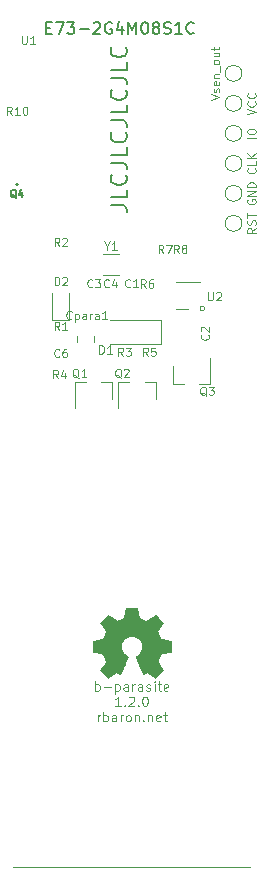
<source format=gbr>
G04 #@! TF.GenerationSoftware,KiCad,Pcbnew,(5.1.2-1)-1*
G04 #@! TF.CreationDate,2021-09-30T18:50:00+02:00*
G04 #@! TF.ProjectId,parasite,70617261-7369-4746-952e-6b696361645f,1.2.0*
G04 #@! TF.SameCoordinates,Original*
G04 #@! TF.FileFunction,Legend,Top*
G04 #@! TF.FilePolarity,Positive*
%FSLAX46Y46*%
G04 Gerber Fmt 4.6, Leading zero omitted, Abs format (unit mm)*
G04 Created by KiCad (PCBNEW (5.1.2-1)-1) date 2021-09-30 18:50:00*
%MOMM*%
%LPD*%
G04 APERTURE LIST*
%ADD10C,0.200000*%
%ADD11C,0.120000*%
%ADD12C,0.100000*%
%ADD13C,0.010000*%
%ADD14C,0.150000*%
G04 APERTURE END LIST*
D10*
X66233333Y-42966666D02*
X67233333Y-42966666D01*
X67433333Y-43033333D01*
X67566666Y-43166666D01*
X67633333Y-43366666D01*
X67633333Y-43500000D01*
X67633333Y-41633333D02*
X67633333Y-42300000D01*
X66233333Y-42300000D01*
X67500000Y-40366666D02*
X67566666Y-40433333D01*
X67633333Y-40633333D01*
X67633333Y-40766666D01*
X67566666Y-40966666D01*
X67433333Y-41100000D01*
X67300000Y-41166666D01*
X67033333Y-41233333D01*
X66833333Y-41233333D01*
X66566666Y-41166666D01*
X66433333Y-41100000D01*
X66300000Y-40966666D01*
X66233333Y-40766666D01*
X66233333Y-40633333D01*
X66300000Y-40433333D01*
X66366666Y-40366666D01*
X66233333Y-39366666D02*
X67233333Y-39366666D01*
X67433333Y-39433333D01*
X67566666Y-39566666D01*
X67633333Y-39766666D01*
X67633333Y-39900000D01*
X67633333Y-38033333D02*
X67633333Y-38700000D01*
X66233333Y-38700000D01*
X67500000Y-36766666D02*
X67566666Y-36833333D01*
X67633333Y-37033333D01*
X67633333Y-37166666D01*
X67566666Y-37366666D01*
X67433333Y-37500000D01*
X67300000Y-37566666D01*
X67033333Y-37633333D01*
X66833333Y-37633333D01*
X66566666Y-37566666D01*
X66433333Y-37500000D01*
X66300000Y-37366666D01*
X66233333Y-37166666D01*
X66233333Y-37033333D01*
X66300000Y-36833333D01*
X66366666Y-36766666D01*
X66233333Y-35766666D02*
X67233333Y-35766666D01*
X67433333Y-35833333D01*
X67566666Y-35966666D01*
X67633333Y-36166666D01*
X67633333Y-36300000D01*
X67633333Y-34433333D02*
X67633333Y-35100000D01*
X66233333Y-35100000D01*
X67500000Y-33166666D02*
X67566666Y-33233333D01*
X67633333Y-33433333D01*
X67633333Y-33566666D01*
X67566666Y-33766666D01*
X67433333Y-33900000D01*
X67300000Y-33966666D01*
X67033333Y-34033333D01*
X66833333Y-34033333D01*
X66566666Y-33966666D01*
X66433333Y-33900000D01*
X66300000Y-33766666D01*
X66233333Y-33566666D01*
X66233333Y-33433333D01*
X66300000Y-33233333D01*
X66366666Y-33166666D01*
X66233333Y-32166666D02*
X67233333Y-32166666D01*
X67433333Y-32233333D01*
X67566666Y-32366666D01*
X67633333Y-32566666D01*
X67633333Y-32700000D01*
X67633333Y-30833333D02*
X67633333Y-31500000D01*
X66233333Y-31500000D01*
X67500000Y-29566666D02*
X67566666Y-29633333D01*
X67633333Y-29833333D01*
X67633333Y-29966666D01*
X67566666Y-30166666D01*
X67433333Y-30300000D01*
X67300000Y-30366666D01*
X67033333Y-30433333D01*
X66833333Y-30433333D01*
X66566666Y-30366666D01*
X66433333Y-30300000D01*
X66300000Y-30166666D01*
X66233333Y-29966666D01*
X66233333Y-29833333D01*
X66300000Y-29633333D01*
X66366666Y-29566666D01*
D11*
X74200000Y-51700000D02*
G75*
G03X74200000Y-51700000I-200000J0D01*
G01*
D12*
X64914285Y-84061904D02*
X64914285Y-83261904D01*
X64914285Y-83566666D02*
X64990476Y-83528571D01*
X65142857Y-83528571D01*
X65219047Y-83566666D01*
X65257142Y-83604761D01*
X65295238Y-83680952D01*
X65295238Y-83909523D01*
X65257142Y-83985714D01*
X65219047Y-84023809D01*
X65142857Y-84061904D01*
X64990476Y-84061904D01*
X64914285Y-84023809D01*
X65638095Y-83757142D02*
X66247619Y-83757142D01*
X66628571Y-83528571D02*
X66628571Y-84328571D01*
X66628571Y-83566666D02*
X66704761Y-83528571D01*
X66857142Y-83528571D01*
X66933333Y-83566666D01*
X66971428Y-83604761D01*
X67009523Y-83680952D01*
X67009523Y-83909523D01*
X66971428Y-83985714D01*
X66933333Y-84023809D01*
X66857142Y-84061904D01*
X66704761Y-84061904D01*
X66628571Y-84023809D01*
X67695238Y-84061904D02*
X67695238Y-83642857D01*
X67657142Y-83566666D01*
X67580952Y-83528571D01*
X67428571Y-83528571D01*
X67352380Y-83566666D01*
X67695238Y-84023809D02*
X67619047Y-84061904D01*
X67428571Y-84061904D01*
X67352380Y-84023809D01*
X67314285Y-83947619D01*
X67314285Y-83871428D01*
X67352380Y-83795238D01*
X67428571Y-83757142D01*
X67619047Y-83757142D01*
X67695238Y-83719047D01*
X68076190Y-84061904D02*
X68076190Y-83528571D01*
X68076190Y-83680952D02*
X68114285Y-83604761D01*
X68152380Y-83566666D01*
X68228571Y-83528571D01*
X68304761Y-83528571D01*
X68914285Y-84061904D02*
X68914285Y-83642857D01*
X68876190Y-83566666D01*
X68800000Y-83528571D01*
X68647619Y-83528571D01*
X68571428Y-83566666D01*
X68914285Y-84023809D02*
X68838095Y-84061904D01*
X68647619Y-84061904D01*
X68571428Y-84023809D01*
X68533333Y-83947619D01*
X68533333Y-83871428D01*
X68571428Y-83795238D01*
X68647619Y-83757142D01*
X68838095Y-83757142D01*
X68914285Y-83719047D01*
X69257142Y-84023809D02*
X69333333Y-84061904D01*
X69485714Y-84061904D01*
X69561904Y-84023809D01*
X69600000Y-83947619D01*
X69600000Y-83909523D01*
X69561904Y-83833333D01*
X69485714Y-83795238D01*
X69371428Y-83795238D01*
X69295238Y-83757142D01*
X69257142Y-83680952D01*
X69257142Y-83642857D01*
X69295238Y-83566666D01*
X69371428Y-83528571D01*
X69485714Y-83528571D01*
X69561904Y-83566666D01*
X69942857Y-84061904D02*
X69942857Y-83528571D01*
X69942857Y-83261904D02*
X69904761Y-83300000D01*
X69942857Y-83338095D01*
X69980952Y-83300000D01*
X69942857Y-83261904D01*
X69942857Y-83338095D01*
X70209523Y-83528571D02*
X70514285Y-83528571D01*
X70323809Y-83261904D02*
X70323809Y-83947619D01*
X70361904Y-84023809D01*
X70438095Y-84061904D01*
X70514285Y-84061904D01*
X71085714Y-84023809D02*
X71009523Y-84061904D01*
X70857142Y-84061904D01*
X70780952Y-84023809D01*
X70742857Y-83947619D01*
X70742857Y-83642857D01*
X70780952Y-83566666D01*
X70857142Y-83528571D01*
X71009523Y-83528571D01*
X71085714Y-83566666D01*
X71123809Y-83642857D01*
X71123809Y-83719047D01*
X70742857Y-83795238D01*
X67085714Y-85361904D02*
X66628571Y-85361904D01*
X66857142Y-85361904D02*
X66857142Y-84561904D01*
X66780952Y-84676190D01*
X66704761Y-84752380D01*
X66628571Y-84790476D01*
X67428571Y-85285714D02*
X67466666Y-85323809D01*
X67428571Y-85361904D01*
X67390476Y-85323809D01*
X67428571Y-85285714D01*
X67428571Y-85361904D01*
X67771428Y-84638095D02*
X67809523Y-84600000D01*
X67885714Y-84561904D01*
X68076190Y-84561904D01*
X68152380Y-84600000D01*
X68190476Y-84638095D01*
X68228571Y-84714285D01*
X68228571Y-84790476D01*
X68190476Y-84904761D01*
X67733333Y-85361904D01*
X68228571Y-85361904D01*
X68571428Y-85285714D02*
X68609523Y-85323809D01*
X68571428Y-85361904D01*
X68533333Y-85323809D01*
X68571428Y-85285714D01*
X68571428Y-85361904D01*
X69104761Y-84561904D02*
X69180952Y-84561904D01*
X69257142Y-84600000D01*
X69295238Y-84638095D01*
X69333333Y-84714285D01*
X69371428Y-84866666D01*
X69371428Y-85057142D01*
X69333333Y-85209523D01*
X69295238Y-85285714D01*
X69257142Y-85323809D01*
X69180952Y-85361904D01*
X69104761Y-85361904D01*
X69028571Y-85323809D01*
X68990476Y-85285714D01*
X68952380Y-85209523D01*
X68914285Y-85057142D01*
X68914285Y-84866666D01*
X68952380Y-84714285D01*
X68990476Y-84638095D01*
X69028571Y-84600000D01*
X69104761Y-84561904D01*
X65123809Y-86661904D02*
X65123809Y-86128571D01*
X65123809Y-86280952D02*
X65161904Y-86204761D01*
X65200000Y-86166666D01*
X65276190Y-86128571D01*
X65352380Y-86128571D01*
X65619047Y-86661904D02*
X65619047Y-85861904D01*
X65619047Y-86166666D02*
X65695238Y-86128571D01*
X65847619Y-86128571D01*
X65923809Y-86166666D01*
X65961904Y-86204761D01*
X66000000Y-86280952D01*
X66000000Y-86509523D01*
X65961904Y-86585714D01*
X65923809Y-86623809D01*
X65847619Y-86661904D01*
X65695238Y-86661904D01*
X65619047Y-86623809D01*
X66685714Y-86661904D02*
X66685714Y-86242857D01*
X66647619Y-86166666D01*
X66571428Y-86128571D01*
X66419047Y-86128571D01*
X66342857Y-86166666D01*
X66685714Y-86623809D02*
X66609523Y-86661904D01*
X66419047Y-86661904D01*
X66342857Y-86623809D01*
X66304761Y-86547619D01*
X66304761Y-86471428D01*
X66342857Y-86395238D01*
X66419047Y-86357142D01*
X66609523Y-86357142D01*
X66685714Y-86319047D01*
X67066666Y-86661904D02*
X67066666Y-86128571D01*
X67066666Y-86280952D02*
X67104761Y-86204761D01*
X67142857Y-86166666D01*
X67219047Y-86128571D01*
X67295238Y-86128571D01*
X67676190Y-86661904D02*
X67600000Y-86623809D01*
X67561904Y-86585714D01*
X67523809Y-86509523D01*
X67523809Y-86280952D01*
X67561904Y-86204761D01*
X67600000Y-86166666D01*
X67676190Y-86128571D01*
X67790476Y-86128571D01*
X67866666Y-86166666D01*
X67904761Y-86204761D01*
X67942857Y-86280952D01*
X67942857Y-86509523D01*
X67904761Y-86585714D01*
X67866666Y-86623809D01*
X67790476Y-86661904D01*
X67676190Y-86661904D01*
X68285714Y-86128571D02*
X68285714Y-86661904D01*
X68285714Y-86204761D02*
X68323809Y-86166666D01*
X68400000Y-86128571D01*
X68514285Y-86128571D01*
X68590476Y-86166666D01*
X68628571Y-86242857D01*
X68628571Y-86661904D01*
X69009523Y-86585714D02*
X69047619Y-86623809D01*
X69009523Y-86661904D01*
X68971428Y-86623809D01*
X69009523Y-86585714D01*
X69009523Y-86661904D01*
X69390476Y-86128571D02*
X69390476Y-86661904D01*
X69390476Y-86204761D02*
X69428571Y-86166666D01*
X69504761Y-86128571D01*
X69619047Y-86128571D01*
X69695238Y-86166666D01*
X69733333Y-86242857D01*
X69733333Y-86661904D01*
X70419047Y-86623809D02*
X70342857Y-86661904D01*
X70190476Y-86661904D01*
X70114285Y-86623809D01*
X70076190Y-86547619D01*
X70076190Y-86242857D01*
X70114285Y-86166666D01*
X70190476Y-86128571D01*
X70342857Y-86128571D01*
X70419047Y-86166666D01*
X70457142Y-86242857D01*
X70457142Y-86319047D01*
X70076190Y-86395238D01*
X70685714Y-86128571D02*
X70990476Y-86128571D01*
X70800000Y-85861904D02*
X70800000Y-86547619D01*
X70838095Y-86623809D01*
X70914285Y-86661904D01*
X70990476Y-86661904D01*
D11*
X58000000Y-99000000D02*
X78000000Y-99000000D01*
D10*
X58400000Y-41200000D02*
G75*
G03X58400000Y-41200000I-100000J0D01*
G01*
D13*
G36*
X68555814Y-77468931D02*
G01*
X68639635Y-77913555D01*
X68948920Y-78041053D01*
X69258206Y-78168551D01*
X69629246Y-77916246D01*
X69733157Y-77845996D01*
X69827087Y-77783272D01*
X69906652Y-77730938D01*
X69967470Y-77691857D01*
X70005157Y-77668893D01*
X70015421Y-77663942D01*
X70033910Y-77676676D01*
X70073420Y-77711882D01*
X70129522Y-77765062D01*
X70197787Y-77831718D01*
X70273786Y-77907354D01*
X70353092Y-77987472D01*
X70431275Y-78067574D01*
X70503907Y-78143164D01*
X70566559Y-78209745D01*
X70614803Y-78262818D01*
X70644210Y-78297887D01*
X70651241Y-78309623D01*
X70641123Y-78331260D01*
X70612759Y-78378662D01*
X70569129Y-78447193D01*
X70513218Y-78532215D01*
X70448006Y-78629093D01*
X70410219Y-78684350D01*
X70341343Y-78785248D01*
X70280140Y-78876299D01*
X70229578Y-78952970D01*
X70192628Y-79010728D01*
X70172258Y-79045043D01*
X70169197Y-79052254D01*
X70176136Y-79072748D01*
X70195051Y-79120513D01*
X70223087Y-79188832D01*
X70257391Y-79270989D01*
X70295109Y-79360270D01*
X70333387Y-79449958D01*
X70369370Y-79533338D01*
X70400206Y-79603694D01*
X70423039Y-79654310D01*
X70435017Y-79678471D01*
X70435724Y-79679422D01*
X70454531Y-79684036D01*
X70504618Y-79694328D01*
X70580793Y-79709287D01*
X70677865Y-79727901D01*
X70790643Y-79749159D01*
X70856442Y-79761418D01*
X70976950Y-79784362D01*
X71085797Y-79806195D01*
X71177476Y-79825722D01*
X71246481Y-79841748D01*
X71287304Y-79853079D01*
X71295511Y-79856674D01*
X71303548Y-79881006D01*
X71310033Y-79935959D01*
X71314970Y-80015108D01*
X71318364Y-80112026D01*
X71320218Y-80220287D01*
X71320538Y-80333465D01*
X71319327Y-80445135D01*
X71316590Y-80548868D01*
X71312331Y-80638241D01*
X71306555Y-80706826D01*
X71299267Y-80748197D01*
X71294895Y-80756810D01*
X71268764Y-80767133D01*
X71213393Y-80781892D01*
X71136107Y-80799352D01*
X71044230Y-80817780D01*
X71012158Y-80823741D01*
X70857524Y-80852066D01*
X70735375Y-80874876D01*
X70641673Y-80893080D01*
X70572384Y-80907583D01*
X70523471Y-80919292D01*
X70490897Y-80929115D01*
X70470628Y-80937956D01*
X70458626Y-80946724D01*
X70456947Y-80948457D01*
X70440184Y-80976371D01*
X70414614Y-81030695D01*
X70382788Y-81104777D01*
X70347260Y-81191965D01*
X70310583Y-81285608D01*
X70275311Y-81379052D01*
X70243996Y-81465647D01*
X70219193Y-81538740D01*
X70203454Y-81591678D01*
X70199332Y-81617811D01*
X70199676Y-81618726D01*
X70213641Y-81640086D01*
X70245322Y-81687084D01*
X70291391Y-81754827D01*
X70348518Y-81838423D01*
X70413373Y-81932982D01*
X70431843Y-81959854D01*
X70497699Y-82057275D01*
X70555650Y-82146163D01*
X70602538Y-82221412D01*
X70635207Y-82277920D01*
X70650500Y-82310581D01*
X70651241Y-82314593D01*
X70638392Y-82335684D01*
X70602888Y-82377464D01*
X70549293Y-82435445D01*
X70482171Y-82505135D01*
X70406087Y-82582045D01*
X70325604Y-82661683D01*
X70245287Y-82739561D01*
X70169699Y-82811186D01*
X70103405Y-82872070D01*
X70050969Y-82917721D01*
X70016955Y-82943650D01*
X70007545Y-82947883D01*
X69985643Y-82937912D01*
X69940800Y-82911020D01*
X69880321Y-82871736D01*
X69833789Y-82840117D01*
X69749475Y-82782098D01*
X69649626Y-82713784D01*
X69549473Y-82645579D01*
X69495627Y-82609075D01*
X69313371Y-82485800D01*
X69160381Y-82568520D01*
X69090682Y-82604759D01*
X69031414Y-82632926D01*
X68991311Y-82648991D01*
X68981103Y-82651226D01*
X68968829Y-82634722D01*
X68944613Y-82588082D01*
X68910263Y-82515609D01*
X68867588Y-82421606D01*
X68818394Y-82310374D01*
X68764490Y-82186215D01*
X68707684Y-82053432D01*
X68649782Y-81916327D01*
X68592593Y-81779202D01*
X68537924Y-81646358D01*
X68487584Y-81522098D01*
X68443380Y-81410725D01*
X68407119Y-81316539D01*
X68380609Y-81243844D01*
X68365658Y-81196941D01*
X68363254Y-81180833D01*
X68382311Y-81160286D01*
X68424036Y-81126933D01*
X68479706Y-81087702D01*
X68484378Y-81084599D01*
X68628264Y-80969423D01*
X68744283Y-80835053D01*
X68831430Y-80685784D01*
X68888699Y-80525913D01*
X68915086Y-80359737D01*
X68909585Y-80191552D01*
X68871190Y-80025655D01*
X68798895Y-79866342D01*
X68777626Y-79831487D01*
X68666996Y-79690737D01*
X68536302Y-79577714D01*
X68390064Y-79493003D01*
X68232808Y-79437194D01*
X68069057Y-79410874D01*
X67903333Y-79414630D01*
X67740162Y-79449050D01*
X67584065Y-79514723D01*
X67439567Y-79612235D01*
X67394869Y-79651813D01*
X67281112Y-79775703D01*
X67198218Y-79906124D01*
X67141356Y-80052315D01*
X67109687Y-80197088D01*
X67101869Y-80359860D01*
X67127938Y-80523440D01*
X67185245Y-80682298D01*
X67271144Y-80830906D01*
X67382986Y-80963735D01*
X67518123Y-81075256D01*
X67535883Y-81087011D01*
X67592150Y-81125508D01*
X67634923Y-81158863D01*
X67655372Y-81180160D01*
X67655669Y-81180833D01*
X67651279Y-81203871D01*
X67633876Y-81256157D01*
X67605268Y-81333390D01*
X67567265Y-81431268D01*
X67521674Y-81545491D01*
X67470303Y-81671758D01*
X67414962Y-81805767D01*
X67357458Y-81943218D01*
X67299601Y-82079808D01*
X67243198Y-82211237D01*
X67190058Y-82333205D01*
X67141990Y-82441409D01*
X67100801Y-82531549D01*
X67068301Y-82599323D01*
X67046297Y-82640430D01*
X67037436Y-82651226D01*
X67010360Y-82642819D01*
X66959697Y-82620272D01*
X66894183Y-82587613D01*
X66858159Y-82568520D01*
X66705168Y-82485800D01*
X66522912Y-82609075D01*
X66429875Y-82672228D01*
X66328015Y-82741727D01*
X66232562Y-82807165D01*
X66184750Y-82840117D01*
X66117505Y-82885273D01*
X66060564Y-82921057D01*
X66021354Y-82942938D01*
X66008619Y-82947563D01*
X65990083Y-82935085D01*
X65949059Y-82900252D01*
X65889525Y-82846678D01*
X65815458Y-82777983D01*
X65730835Y-82697781D01*
X65677315Y-82646286D01*
X65583681Y-82554286D01*
X65502759Y-82471999D01*
X65437823Y-82402945D01*
X65392142Y-82350644D01*
X65368989Y-82318616D01*
X65366768Y-82312116D01*
X65377076Y-82287394D01*
X65405561Y-82237405D01*
X65449063Y-82167212D01*
X65504423Y-82081875D01*
X65568480Y-81986456D01*
X65586697Y-81959854D01*
X65653073Y-81863167D01*
X65712622Y-81776117D01*
X65762016Y-81703595D01*
X65797925Y-81650493D01*
X65817019Y-81621703D01*
X65818864Y-81618726D01*
X65816105Y-81595782D01*
X65801462Y-81545336D01*
X65777487Y-81474041D01*
X65746734Y-81388547D01*
X65711756Y-81295507D01*
X65675107Y-81201574D01*
X65639339Y-81113399D01*
X65607006Y-81037634D01*
X65580662Y-80980931D01*
X65562858Y-80949943D01*
X65561593Y-80948457D01*
X65550706Y-80939601D01*
X65532318Y-80930843D01*
X65502394Y-80921277D01*
X65456897Y-80909996D01*
X65391791Y-80896093D01*
X65303039Y-80878663D01*
X65186607Y-80856798D01*
X65038458Y-80829591D01*
X65006382Y-80823741D01*
X64911314Y-80805374D01*
X64828435Y-80787405D01*
X64765070Y-80771569D01*
X64728542Y-80759600D01*
X64723644Y-80756810D01*
X64715573Y-80732072D01*
X64709013Y-80676790D01*
X64703967Y-80597389D01*
X64700441Y-80500296D01*
X64698439Y-80391938D01*
X64697964Y-80278740D01*
X64699023Y-80167128D01*
X64701618Y-80063529D01*
X64705754Y-79974368D01*
X64711437Y-79906072D01*
X64718669Y-79865066D01*
X64723029Y-79856674D01*
X64747302Y-79848208D01*
X64802574Y-79834435D01*
X64883338Y-79816550D01*
X64984088Y-79795748D01*
X65099317Y-79773223D01*
X65162098Y-79761418D01*
X65281213Y-79739151D01*
X65387435Y-79718979D01*
X65475573Y-79701915D01*
X65540434Y-79688969D01*
X65576826Y-79681155D01*
X65582816Y-79679422D01*
X65592939Y-79659890D01*
X65614338Y-79612843D01*
X65644161Y-79545003D01*
X65679555Y-79463091D01*
X65717668Y-79373828D01*
X65755647Y-79283935D01*
X65790640Y-79200135D01*
X65819794Y-79129147D01*
X65840257Y-79077694D01*
X65849177Y-79052497D01*
X65849343Y-79051396D01*
X65839231Y-79031519D01*
X65810883Y-78985777D01*
X65767277Y-78918717D01*
X65711394Y-78834884D01*
X65646213Y-78738826D01*
X65608321Y-78683650D01*
X65539275Y-78582481D01*
X65477950Y-78490630D01*
X65427337Y-78412744D01*
X65390429Y-78353469D01*
X65370218Y-78317451D01*
X65367299Y-78309377D01*
X65379847Y-78290584D01*
X65414537Y-78250457D01*
X65466937Y-78193493D01*
X65532616Y-78124185D01*
X65607144Y-78047031D01*
X65686087Y-77966525D01*
X65765017Y-77887163D01*
X65839500Y-77813440D01*
X65905106Y-77749852D01*
X65957404Y-77700894D01*
X65991961Y-77671061D01*
X66003522Y-77663942D01*
X66022346Y-77673953D01*
X66067369Y-77702078D01*
X66134213Y-77745454D01*
X66218501Y-77801218D01*
X66315856Y-77866506D01*
X66389293Y-77916246D01*
X66760333Y-78168551D01*
X67378905Y-77913555D01*
X67462725Y-77468931D01*
X67546546Y-77024307D01*
X68471994Y-77024307D01*
X68555814Y-77468931D01*
X68555814Y-77468931D01*
G37*
X68555814Y-77468931D02*
X68639635Y-77913555D01*
X68948920Y-78041053D01*
X69258206Y-78168551D01*
X69629246Y-77916246D01*
X69733157Y-77845996D01*
X69827087Y-77783272D01*
X69906652Y-77730938D01*
X69967470Y-77691857D01*
X70005157Y-77668893D01*
X70015421Y-77663942D01*
X70033910Y-77676676D01*
X70073420Y-77711882D01*
X70129522Y-77765062D01*
X70197787Y-77831718D01*
X70273786Y-77907354D01*
X70353092Y-77987472D01*
X70431275Y-78067574D01*
X70503907Y-78143164D01*
X70566559Y-78209745D01*
X70614803Y-78262818D01*
X70644210Y-78297887D01*
X70651241Y-78309623D01*
X70641123Y-78331260D01*
X70612759Y-78378662D01*
X70569129Y-78447193D01*
X70513218Y-78532215D01*
X70448006Y-78629093D01*
X70410219Y-78684350D01*
X70341343Y-78785248D01*
X70280140Y-78876299D01*
X70229578Y-78952970D01*
X70192628Y-79010728D01*
X70172258Y-79045043D01*
X70169197Y-79052254D01*
X70176136Y-79072748D01*
X70195051Y-79120513D01*
X70223087Y-79188832D01*
X70257391Y-79270989D01*
X70295109Y-79360270D01*
X70333387Y-79449958D01*
X70369370Y-79533338D01*
X70400206Y-79603694D01*
X70423039Y-79654310D01*
X70435017Y-79678471D01*
X70435724Y-79679422D01*
X70454531Y-79684036D01*
X70504618Y-79694328D01*
X70580793Y-79709287D01*
X70677865Y-79727901D01*
X70790643Y-79749159D01*
X70856442Y-79761418D01*
X70976950Y-79784362D01*
X71085797Y-79806195D01*
X71177476Y-79825722D01*
X71246481Y-79841748D01*
X71287304Y-79853079D01*
X71295511Y-79856674D01*
X71303548Y-79881006D01*
X71310033Y-79935959D01*
X71314970Y-80015108D01*
X71318364Y-80112026D01*
X71320218Y-80220287D01*
X71320538Y-80333465D01*
X71319327Y-80445135D01*
X71316590Y-80548868D01*
X71312331Y-80638241D01*
X71306555Y-80706826D01*
X71299267Y-80748197D01*
X71294895Y-80756810D01*
X71268764Y-80767133D01*
X71213393Y-80781892D01*
X71136107Y-80799352D01*
X71044230Y-80817780D01*
X71012158Y-80823741D01*
X70857524Y-80852066D01*
X70735375Y-80874876D01*
X70641673Y-80893080D01*
X70572384Y-80907583D01*
X70523471Y-80919292D01*
X70490897Y-80929115D01*
X70470628Y-80937956D01*
X70458626Y-80946724D01*
X70456947Y-80948457D01*
X70440184Y-80976371D01*
X70414614Y-81030695D01*
X70382788Y-81104777D01*
X70347260Y-81191965D01*
X70310583Y-81285608D01*
X70275311Y-81379052D01*
X70243996Y-81465647D01*
X70219193Y-81538740D01*
X70203454Y-81591678D01*
X70199332Y-81617811D01*
X70199676Y-81618726D01*
X70213641Y-81640086D01*
X70245322Y-81687084D01*
X70291391Y-81754827D01*
X70348518Y-81838423D01*
X70413373Y-81932982D01*
X70431843Y-81959854D01*
X70497699Y-82057275D01*
X70555650Y-82146163D01*
X70602538Y-82221412D01*
X70635207Y-82277920D01*
X70650500Y-82310581D01*
X70651241Y-82314593D01*
X70638392Y-82335684D01*
X70602888Y-82377464D01*
X70549293Y-82435445D01*
X70482171Y-82505135D01*
X70406087Y-82582045D01*
X70325604Y-82661683D01*
X70245287Y-82739561D01*
X70169699Y-82811186D01*
X70103405Y-82872070D01*
X70050969Y-82917721D01*
X70016955Y-82943650D01*
X70007545Y-82947883D01*
X69985643Y-82937912D01*
X69940800Y-82911020D01*
X69880321Y-82871736D01*
X69833789Y-82840117D01*
X69749475Y-82782098D01*
X69649626Y-82713784D01*
X69549473Y-82645579D01*
X69495627Y-82609075D01*
X69313371Y-82485800D01*
X69160381Y-82568520D01*
X69090682Y-82604759D01*
X69031414Y-82632926D01*
X68991311Y-82648991D01*
X68981103Y-82651226D01*
X68968829Y-82634722D01*
X68944613Y-82588082D01*
X68910263Y-82515609D01*
X68867588Y-82421606D01*
X68818394Y-82310374D01*
X68764490Y-82186215D01*
X68707684Y-82053432D01*
X68649782Y-81916327D01*
X68592593Y-81779202D01*
X68537924Y-81646358D01*
X68487584Y-81522098D01*
X68443380Y-81410725D01*
X68407119Y-81316539D01*
X68380609Y-81243844D01*
X68365658Y-81196941D01*
X68363254Y-81180833D01*
X68382311Y-81160286D01*
X68424036Y-81126933D01*
X68479706Y-81087702D01*
X68484378Y-81084599D01*
X68628264Y-80969423D01*
X68744283Y-80835053D01*
X68831430Y-80685784D01*
X68888699Y-80525913D01*
X68915086Y-80359737D01*
X68909585Y-80191552D01*
X68871190Y-80025655D01*
X68798895Y-79866342D01*
X68777626Y-79831487D01*
X68666996Y-79690737D01*
X68536302Y-79577714D01*
X68390064Y-79493003D01*
X68232808Y-79437194D01*
X68069057Y-79410874D01*
X67903333Y-79414630D01*
X67740162Y-79449050D01*
X67584065Y-79514723D01*
X67439567Y-79612235D01*
X67394869Y-79651813D01*
X67281112Y-79775703D01*
X67198218Y-79906124D01*
X67141356Y-80052315D01*
X67109687Y-80197088D01*
X67101869Y-80359860D01*
X67127938Y-80523440D01*
X67185245Y-80682298D01*
X67271144Y-80830906D01*
X67382986Y-80963735D01*
X67518123Y-81075256D01*
X67535883Y-81087011D01*
X67592150Y-81125508D01*
X67634923Y-81158863D01*
X67655372Y-81180160D01*
X67655669Y-81180833D01*
X67651279Y-81203871D01*
X67633876Y-81256157D01*
X67605268Y-81333390D01*
X67567265Y-81431268D01*
X67521674Y-81545491D01*
X67470303Y-81671758D01*
X67414962Y-81805767D01*
X67357458Y-81943218D01*
X67299601Y-82079808D01*
X67243198Y-82211237D01*
X67190058Y-82333205D01*
X67141990Y-82441409D01*
X67100801Y-82531549D01*
X67068301Y-82599323D01*
X67046297Y-82640430D01*
X67037436Y-82651226D01*
X67010360Y-82642819D01*
X66959697Y-82620272D01*
X66894183Y-82587613D01*
X66858159Y-82568520D01*
X66705168Y-82485800D01*
X66522912Y-82609075D01*
X66429875Y-82672228D01*
X66328015Y-82741727D01*
X66232562Y-82807165D01*
X66184750Y-82840117D01*
X66117505Y-82885273D01*
X66060564Y-82921057D01*
X66021354Y-82942938D01*
X66008619Y-82947563D01*
X65990083Y-82935085D01*
X65949059Y-82900252D01*
X65889525Y-82846678D01*
X65815458Y-82777983D01*
X65730835Y-82697781D01*
X65677315Y-82646286D01*
X65583681Y-82554286D01*
X65502759Y-82471999D01*
X65437823Y-82402945D01*
X65392142Y-82350644D01*
X65368989Y-82318616D01*
X65366768Y-82312116D01*
X65377076Y-82287394D01*
X65405561Y-82237405D01*
X65449063Y-82167212D01*
X65504423Y-82081875D01*
X65568480Y-81986456D01*
X65586697Y-81959854D01*
X65653073Y-81863167D01*
X65712622Y-81776117D01*
X65762016Y-81703595D01*
X65797925Y-81650493D01*
X65817019Y-81621703D01*
X65818864Y-81618726D01*
X65816105Y-81595782D01*
X65801462Y-81545336D01*
X65777487Y-81474041D01*
X65746734Y-81388547D01*
X65711756Y-81295507D01*
X65675107Y-81201574D01*
X65639339Y-81113399D01*
X65607006Y-81037634D01*
X65580662Y-80980931D01*
X65562858Y-80949943D01*
X65561593Y-80948457D01*
X65550706Y-80939601D01*
X65532318Y-80930843D01*
X65502394Y-80921277D01*
X65456897Y-80909996D01*
X65391791Y-80896093D01*
X65303039Y-80878663D01*
X65186607Y-80856798D01*
X65038458Y-80829591D01*
X65006382Y-80823741D01*
X64911314Y-80805374D01*
X64828435Y-80787405D01*
X64765070Y-80771569D01*
X64728542Y-80759600D01*
X64723644Y-80756810D01*
X64715573Y-80732072D01*
X64709013Y-80676790D01*
X64703967Y-80597389D01*
X64700441Y-80500296D01*
X64698439Y-80391938D01*
X64697964Y-80278740D01*
X64699023Y-80167128D01*
X64701618Y-80063529D01*
X64705754Y-79974368D01*
X64711437Y-79906072D01*
X64718669Y-79865066D01*
X64723029Y-79856674D01*
X64747302Y-79848208D01*
X64802574Y-79834435D01*
X64883338Y-79816550D01*
X64984088Y-79795748D01*
X65099317Y-79773223D01*
X65162098Y-79761418D01*
X65281213Y-79739151D01*
X65387435Y-79718979D01*
X65475573Y-79701915D01*
X65540434Y-79688969D01*
X65576826Y-79681155D01*
X65582816Y-79679422D01*
X65592939Y-79659890D01*
X65614338Y-79612843D01*
X65644161Y-79545003D01*
X65679555Y-79463091D01*
X65717668Y-79373828D01*
X65755647Y-79283935D01*
X65790640Y-79200135D01*
X65819794Y-79129147D01*
X65840257Y-79077694D01*
X65849177Y-79052497D01*
X65849343Y-79051396D01*
X65839231Y-79031519D01*
X65810883Y-78985777D01*
X65767277Y-78918717D01*
X65711394Y-78834884D01*
X65646213Y-78738826D01*
X65608321Y-78683650D01*
X65539275Y-78582481D01*
X65477950Y-78490630D01*
X65427337Y-78412744D01*
X65390429Y-78353469D01*
X65370218Y-78317451D01*
X65367299Y-78309377D01*
X65379847Y-78290584D01*
X65414537Y-78250457D01*
X65466937Y-78193493D01*
X65532616Y-78124185D01*
X65607144Y-78047031D01*
X65686087Y-77966525D01*
X65765017Y-77887163D01*
X65839500Y-77813440D01*
X65905106Y-77749852D01*
X65957404Y-77700894D01*
X65991961Y-77671061D01*
X66003522Y-77663942D01*
X66022346Y-77673953D01*
X66067369Y-77702078D01*
X66134213Y-77745454D01*
X66218501Y-77801218D01*
X66315856Y-77866506D01*
X66389293Y-77916246D01*
X66760333Y-78168551D01*
X67378905Y-77913555D01*
X67462725Y-77468931D01*
X67546546Y-77024307D01*
X68471994Y-77024307D01*
X68555814Y-77468931D01*
D11*
X72800000Y-51710000D02*
X71800000Y-51710000D01*
X73800000Y-49490000D02*
X71800000Y-49490000D01*
X66925000Y-47125000D02*
X65575000Y-47125000D01*
X66925000Y-48875000D02*
X65575000Y-48875000D01*
X71520000Y-58060000D02*
X72450000Y-58060000D01*
X74680000Y-58060000D02*
X73750000Y-58060000D01*
X74680000Y-58060000D02*
X74680000Y-55900000D01*
X71520000Y-58060000D02*
X71520000Y-56600000D01*
X61265000Y-50412500D02*
X61265000Y-52697500D01*
X61265000Y-52697500D02*
X62735000Y-52697500D01*
X62735000Y-52697500D02*
X62735000Y-50412500D01*
X77340000Y-34340000D02*
G75*
G03X77340000Y-34340000I-700000J0D01*
G01*
X77340000Y-41960000D02*
G75*
G03X77340000Y-41960000I-700000J0D01*
G01*
X77340000Y-44500000D02*
G75*
G03X77340000Y-44500000I-700000J0D01*
G01*
X77340000Y-39420000D02*
G75*
G03X77340000Y-39420000I-700000J0D01*
G01*
X77340000Y-36880000D02*
G75*
G03X77340000Y-36880000I-700000J0D01*
G01*
X70030000Y-57940000D02*
X69100000Y-57940000D01*
X66870000Y-57940000D02*
X67800000Y-57940000D01*
X66870000Y-57940000D02*
X66870000Y-60100000D01*
X70030000Y-57940000D02*
X70030000Y-59400000D01*
X66380000Y-57940000D02*
X65450000Y-57940000D01*
X63220000Y-57940000D02*
X64150000Y-57940000D01*
X63220000Y-57940000D02*
X63220000Y-60100000D01*
X66380000Y-57940000D02*
X66380000Y-59400000D01*
X63390000Y-54558578D02*
X63390000Y-54041422D01*
X64810000Y-54558578D02*
X64810000Y-54041422D01*
X70500000Y-52700000D02*
X66200000Y-52700000D01*
X70500000Y-54700000D02*
X70500000Y-52700000D01*
X66200000Y-54700000D02*
X70500000Y-54700000D01*
X77340000Y-31800000D02*
G75*
G03X77340000Y-31800000I-700000J0D01*
G01*
X58716666Y-28616666D02*
X58716666Y-29183333D01*
X58750000Y-29250000D01*
X58783333Y-29283333D01*
X58850000Y-29316666D01*
X58983333Y-29316666D01*
X59050000Y-29283333D01*
X59083333Y-29250000D01*
X59116666Y-29183333D01*
X59116666Y-28616666D01*
X59816666Y-29316666D02*
X59416666Y-29316666D01*
X59616666Y-29316666D02*
X59616666Y-28616666D01*
X59550000Y-28716666D01*
X59483333Y-28783333D01*
X59416666Y-28816666D01*
D14*
X60785714Y-27928571D02*
X61119047Y-27928571D01*
X61261904Y-28452380D02*
X60785714Y-28452380D01*
X60785714Y-27452380D01*
X61261904Y-27452380D01*
X61595238Y-27452380D02*
X62261904Y-27452380D01*
X61833333Y-28452380D01*
X62547619Y-27452380D02*
X63166666Y-27452380D01*
X62833333Y-27833333D01*
X62976190Y-27833333D01*
X63071428Y-27880952D01*
X63119047Y-27928571D01*
X63166666Y-28023809D01*
X63166666Y-28261904D01*
X63119047Y-28357142D01*
X63071428Y-28404761D01*
X62976190Y-28452380D01*
X62690476Y-28452380D01*
X62595238Y-28404761D01*
X62547619Y-28357142D01*
X63595238Y-28071428D02*
X64357142Y-28071428D01*
X64785714Y-27547619D02*
X64833333Y-27500000D01*
X64928571Y-27452380D01*
X65166666Y-27452380D01*
X65261904Y-27500000D01*
X65309523Y-27547619D01*
X65357142Y-27642857D01*
X65357142Y-27738095D01*
X65309523Y-27880952D01*
X64738095Y-28452380D01*
X65357142Y-28452380D01*
X66309523Y-27500000D02*
X66214285Y-27452380D01*
X66071428Y-27452380D01*
X65928571Y-27500000D01*
X65833333Y-27595238D01*
X65785714Y-27690476D01*
X65738095Y-27880952D01*
X65738095Y-28023809D01*
X65785714Y-28214285D01*
X65833333Y-28309523D01*
X65928571Y-28404761D01*
X66071428Y-28452380D01*
X66166666Y-28452380D01*
X66309523Y-28404761D01*
X66357142Y-28357142D01*
X66357142Y-28023809D01*
X66166666Y-28023809D01*
X67214285Y-27785714D02*
X67214285Y-28452380D01*
X66976190Y-27404761D02*
X66738095Y-28119047D01*
X67357142Y-28119047D01*
X67738095Y-28452380D02*
X67738095Y-27452380D01*
X68071428Y-28166666D01*
X68404761Y-27452380D01*
X68404761Y-28452380D01*
X69071428Y-27452380D02*
X69166666Y-27452380D01*
X69261904Y-27500000D01*
X69309523Y-27547619D01*
X69357142Y-27642857D01*
X69404761Y-27833333D01*
X69404761Y-28071428D01*
X69357142Y-28261904D01*
X69309523Y-28357142D01*
X69261904Y-28404761D01*
X69166666Y-28452380D01*
X69071428Y-28452380D01*
X68976190Y-28404761D01*
X68928571Y-28357142D01*
X68880952Y-28261904D01*
X68833333Y-28071428D01*
X68833333Y-27833333D01*
X68880952Y-27642857D01*
X68928571Y-27547619D01*
X68976190Y-27500000D01*
X69071428Y-27452380D01*
X69976190Y-27880952D02*
X69880952Y-27833333D01*
X69833333Y-27785714D01*
X69785714Y-27690476D01*
X69785714Y-27642857D01*
X69833333Y-27547619D01*
X69880952Y-27500000D01*
X69976190Y-27452380D01*
X70166666Y-27452380D01*
X70261904Y-27500000D01*
X70309523Y-27547619D01*
X70357142Y-27642857D01*
X70357142Y-27690476D01*
X70309523Y-27785714D01*
X70261904Y-27833333D01*
X70166666Y-27880952D01*
X69976190Y-27880952D01*
X69880952Y-27928571D01*
X69833333Y-27976190D01*
X69785714Y-28071428D01*
X69785714Y-28261904D01*
X69833333Y-28357142D01*
X69880952Y-28404761D01*
X69976190Y-28452380D01*
X70166666Y-28452380D01*
X70261904Y-28404761D01*
X70309523Y-28357142D01*
X70357142Y-28261904D01*
X70357142Y-28071428D01*
X70309523Y-27976190D01*
X70261904Y-27928571D01*
X70166666Y-27880952D01*
X70738095Y-28404761D02*
X70880952Y-28452380D01*
X71119047Y-28452380D01*
X71214285Y-28404761D01*
X71261904Y-28357142D01*
X71309523Y-28261904D01*
X71309523Y-28166666D01*
X71261904Y-28071428D01*
X71214285Y-28023809D01*
X71119047Y-27976190D01*
X70928571Y-27928571D01*
X70833333Y-27880952D01*
X70785714Y-27833333D01*
X70738095Y-27738095D01*
X70738095Y-27642857D01*
X70785714Y-27547619D01*
X70833333Y-27500000D01*
X70928571Y-27452380D01*
X71166666Y-27452380D01*
X71309523Y-27500000D01*
X72261904Y-28452380D02*
X71690476Y-28452380D01*
X71976190Y-28452380D02*
X71976190Y-27452380D01*
X71880952Y-27595238D01*
X71785714Y-27690476D01*
X71690476Y-27738095D01*
X73261904Y-28357142D02*
X73214285Y-28404761D01*
X73071428Y-28452380D01*
X72976190Y-28452380D01*
X72833333Y-28404761D01*
X72738095Y-28309523D01*
X72690476Y-28214285D01*
X72642857Y-28023809D01*
X72642857Y-27880952D01*
X72690476Y-27690476D01*
X72738095Y-27595238D01*
X72833333Y-27500000D01*
X72976190Y-27452380D01*
X73071428Y-27452380D01*
X73214285Y-27500000D01*
X73261904Y-27547619D01*
X58239047Y-42350476D02*
X58178095Y-42320000D01*
X58117142Y-42259047D01*
X58025714Y-42167619D01*
X57964761Y-42137142D01*
X57903809Y-42137142D01*
X57934285Y-42289523D02*
X57873333Y-42259047D01*
X57812380Y-42198095D01*
X57781904Y-42076190D01*
X57781904Y-41862857D01*
X57812380Y-41740952D01*
X57873333Y-41680000D01*
X57934285Y-41649523D01*
X58056190Y-41649523D01*
X58117142Y-41680000D01*
X58178095Y-41740952D01*
X58208571Y-41862857D01*
X58208571Y-42076190D01*
X58178095Y-42198095D01*
X58117142Y-42259047D01*
X58056190Y-42289523D01*
X57934285Y-42289523D01*
X58757142Y-41862857D02*
X58757142Y-42289523D01*
X58604761Y-41619047D02*
X58452380Y-42076190D01*
X58848571Y-42076190D01*
D11*
X57850000Y-35316666D02*
X57616666Y-34983333D01*
X57450000Y-35316666D02*
X57450000Y-34616666D01*
X57716666Y-34616666D01*
X57783333Y-34650000D01*
X57816666Y-34683333D01*
X57850000Y-34750000D01*
X57850000Y-34850000D01*
X57816666Y-34916666D01*
X57783333Y-34950000D01*
X57716666Y-34983333D01*
X57450000Y-34983333D01*
X58516666Y-35316666D02*
X58116666Y-35316666D01*
X58316666Y-35316666D02*
X58316666Y-34616666D01*
X58250000Y-34716666D01*
X58183333Y-34783333D01*
X58116666Y-34816666D01*
X58950000Y-34616666D02*
X59016666Y-34616666D01*
X59083333Y-34650000D01*
X59116666Y-34683333D01*
X59150000Y-34750000D01*
X59183333Y-34883333D01*
X59183333Y-35050000D01*
X59150000Y-35183333D01*
X59116666Y-35250000D01*
X59083333Y-35283333D01*
X59016666Y-35316666D01*
X58950000Y-35316666D01*
X58883333Y-35283333D01*
X58850000Y-35250000D01*
X58816666Y-35183333D01*
X58783333Y-35050000D01*
X58783333Y-34883333D01*
X58816666Y-34750000D01*
X58850000Y-34683333D01*
X58883333Y-34650000D01*
X58950000Y-34616666D01*
X74466666Y-50316666D02*
X74466666Y-50883333D01*
X74500000Y-50950000D01*
X74533333Y-50983333D01*
X74600000Y-51016666D01*
X74733333Y-51016666D01*
X74800000Y-50983333D01*
X74833333Y-50950000D01*
X74866666Y-50883333D01*
X74866666Y-50316666D01*
X75166666Y-50383333D02*
X75200000Y-50350000D01*
X75266666Y-50316666D01*
X75433333Y-50316666D01*
X75500000Y-50350000D01*
X75533333Y-50383333D01*
X75566666Y-50450000D01*
X75566666Y-50516666D01*
X75533333Y-50616666D01*
X75133333Y-51016666D01*
X75566666Y-51016666D01*
X65916666Y-46383333D02*
X65916666Y-46716666D01*
X65683333Y-46016666D02*
X65916666Y-46383333D01*
X66150000Y-46016666D01*
X66750000Y-46716666D02*
X66350000Y-46716666D01*
X66550000Y-46716666D02*
X66550000Y-46016666D01*
X66483333Y-46116666D01*
X66416666Y-46183333D01*
X66350000Y-46216666D01*
X71983333Y-47016666D02*
X71750000Y-46683333D01*
X71583333Y-47016666D02*
X71583333Y-46316666D01*
X71850000Y-46316666D01*
X71916666Y-46350000D01*
X71950000Y-46383333D01*
X71983333Y-46450000D01*
X71983333Y-46550000D01*
X71950000Y-46616666D01*
X71916666Y-46650000D01*
X71850000Y-46683333D01*
X71583333Y-46683333D01*
X72383333Y-46616666D02*
X72316666Y-46583333D01*
X72283333Y-46550000D01*
X72250000Y-46483333D01*
X72250000Y-46450000D01*
X72283333Y-46383333D01*
X72316666Y-46350000D01*
X72383333Y-46316666D01*
X72516666Y-46316666D01*
X72583333Y-46350000D01*
X72616666Y-46383333D01*
X72650000Y-46450000D01*
X72650000Y-46483333D01*
X72616666Y-46550000D01*
X72583333Y-46583333D01*
X72516666Y-46616666D01*
X72383333Y-46616666D01*
X72316666Y-46650000D01*
X72283333Y-46683333D01*
X72250000Y-46750000D01*
X72250000Y-46883333D01*
X72283333Y-46950000D01*
X72316666Y-46983333D01*
X72383333Y-47016666D01*
X72516666Y-47016666D01*
X72583333Y-46983333D01*
X72616666Y-46950000D01*
X72650000Y-46883333D01*
X72650000Y-46750000D01*
X72616666Y-46683333D01*
X72583333Y-46650000D01*
X72516666Y-46616666D01*
X70683333Y-47016666D02*
X70450000Y-46683333D01*
X70283333Y-47016666D02*
X70283333Y-46316666D01*
X70550000Y-46316666D01*
X70616666Y-46350000D01*
X70650000Y-46383333D01*
X70683333Y-46450000D01*
X70683333Y-46550000D01*
X70650000Y-46616666D01*
X70616666Y-46650000D01*
X70550000Y-46683333D01*
X70283333Y-46683333D01*
X70916666Y-46316666D02*
X71383333Y-46316666D01*
X71083333Y-47016666D01*
X69183333Y-49946666D02*
X68950000Y-49613333D01*
X68783333Y-49946666D02*
X68783333Y-49246666D01*
X69050000Y-49246666D01*
X69116666Y-49280000D01*
X69150000Y-49313333D01*
X69183333Y-49380000D01*
X69183333Y-49480000D01*
X69150000Y-49546666D01*
X69116666Y-49580000D01*
X69050000Y-49613333D01*
X68783333Y-49613333D01*
X69783333Y-49246666D02*
X69650000Y-49246666D01*
X69583333Y-49280000D01*
X69550000Y-49313333D01*
X69483333Y-49413333D01*
X69450000Y-49546666D01*
X69450000Y-49813333D01*
X69483333Y-49880000D01*
X69516666Y-49913333D01*
X69583333Y-49946666D01*
X69716666Y-49946666D01*
X69783333Y-49913333D01*
X69816666Y-49880000D01*
X69850000Y-49813333D01*
X69850000Y-49646666D01*
X69816666Y-49580000D01*
X69783333Y-49546666D01*
X69716666Y-49513333D01*
X69583333Y-49513333D01*
X69516666Y-49546666D01*
X69483333Y-49580000D01*
X69450000Y-49646666D01*
X69383333Y-55716666D02*
X69150000Y-55383333D01*
X68983333Y-55716666D02*
X68983333Y-55016666D01*
X69250000Y-55016666D01*
X69316666Y-55050000D01*
X69350000Y-55083333D01*
X69383333Y-55150000D01*
X69383333Y-55250000D01*
X69350000Y-55316666D01*
X69316666Y-55350000D01*
X69250000Y-55383333D01*
X68983333Y-55383333D01*
X70016666Y-55016666D02*
X69683333Y-55016666D01*
X69650000Y-55350000D01*
X69683333Y-55316666D01*
X69750000Y-55283333D01*
X69916666Y-55283333D01*
X69983333Y-55316666D01*
X70016666Y-55350000D01*
X70050000Y-55416666D01*
X70050000Y-55583333D01*
X70016666Y-55650000D01*
X69983333Y-55683333D01*
X69916666Y-55716666D01*
X69750000Y-55716666D01*
X69683333Y-55683333D01*
X69650000Y-55650000D01*
X61783333Y-57616666D02*
X61550000Y-57283333D01*
X61383333Y-57616666D02*
X61383333Y-56916666D01*
X61650000Y-56916666D01*
X61716666Y-56950000D01*
X61750000Y-56983333D01*
X61783333Y-57050000D01*
X61783333Y-57150000D01*
X61750000Y-57216666D01*
X61716666Y-57250000D01*
X61650000Y-57283333D01*
X61383333Y-57283333D01*
X62383333Y-57150000D02*
X62383333Y-57616666D01*
X62216666Y-56883333D02*
X62050000Y-57383333D01*
X62483333Y-57383333D01*
X67283333Y-55716666D02*
X67050000Y-55383333D01*
X66883333Y-55716666D02*
X66883333Y-55016666D01*
X67150000Y-55016666D01*
X67216666Y-55050000D01*
X67250000Y-55083333D01*
X67283333Y-55150000D01*
X67283333Y-55250000D01*
X67250000Y-55316666D01*
X67216666Y-55350000D01*
X67150000Y-55383333D01*
X66883333Y-55383333D01*
X67516666Y-55016666D02*
X67950000Y-55016666D01*
X67716666Y-55283333D01*
X67816666Y-55283333D01*
X67883333Y-55316666D01*
X67916666Y-55350000D01*
X67950000Y-55416666D01*
X67950000Y-55583333D01*
X67916666Y-55650000D01*
X67883333Y-55683333D01*
X67816666Y-55716666D01*
X67616666Y-55716666D01*
X67550000Y-55683333D01*
X67516666Y-55650000D01*
X61883333Y-46416666D02*
X61650000Y-46083333D01*
X61483333Y-46416666D02*
X61483333Y-45716666D01*
X61750000Y-45716666D01*
X61816666Y-45750000D01*
X61850000Y-45783333D01*
X61883333Y-45850000D01*
X61883333Y-45950000D01*
X61850000Y-46016666D01*
X61816666Y-46050000D01*
X61750000Y-46083333D01*
X61483333Y-46083333D01*
X62150000Y-45783333D02*
X62183333Y-45750000D01*
X62250000Y-45716666D01*
X62416666Y-45716666D01*
X62483333Y-45750000D01*
X62516666Y-45783333D01*
X62550000Y-45850000D01*
X62550000Y-45916666D01*
X62516666Y-46016666D01*
X62116666Y-46416666D01*
X62550000Y-46416666D01*
X61883333Y-53546666D02*
X61650000Y-53213333D01*
X61483333Y-53546666D02*
X61483333Y-52846666D01*
X61750000Y-52846666D01*
X61816666Y-52880000D01*
X61850000Y-52913333D01*
X61883333Y-52980000D01*
X61883333Y-53080000D01*
X61850000Y-53146666D01*
X61816666Y-53180000D01*
X61750000Y-53213333D01*
X61483333Y-53213333D01*
X62550000Y-53546666D02*
X62150000Y-53546666D01*
X62350000Y-53546666D02*
X62350000Y-52846666D01*
X62283333Y-52946666D01*
X62216666Y-53013333D01*
X62150000Y-53046666D01*
X74333333Y-59083333D02*
X74266666Y-59050000D01*
X74200000Y-58983333D01*
X74100000Y-58883333D01*
X74033333Y-58850000D01*
X73966666Y-58850000D01*
X74000000Y-59016666D02*
X73933333Y-58983333D01*
X73866666Y-58916666D01*
X73833333Y-58783333D01*
X73833333Y-58550000D01*
X73866666Y-58416666D01*
X73933333Y-58350000D01*
X74000000Y-58316666D01*
X74133333Y-58316666D01*
X74200000Y-58350000D01*
X74266666Y-58416666D01*
X74300000Y-58550000D01*
X74300000Y-58783333D01*
X74266666Y-58916666D01*
X74200000Y-58983333D01*
X74133333Y-59016666D01*
X74000000Y-59016666D01*
X74533333Y-58316666D02*
X74966666Y-58316666D01*
X74733333Y-58583333D01*
X74833333Y-58583333D01*
X74900000Y-58616666D01*
X74933333Y-58650000D01*
X74966666Y-58716666D01*
X74966666Y-58883333D01*
X74933333Y-58950000D01*
X74900000Y-58983333D01*
X74833333Y-59016666D01*
X74633333Y-59016666D01*
X74566666Y-58983333D01*
X74533333Y-58950000D01*
X61483333Y-49741666D02*
X61483333Y-49041666D01*
X61650000Y-49041666D01*
X61750000Y-49075000D01*
X61816666Y-49141666D01*
X61850000Y-49208333D01*
X61883333Y-49341666D01*
X61883333Y-49441666D01*
X61850000Y-49575000D01*
X61816666Y-49641666D01*
X61750000Y-49708333D01*
X61650000Y-49741666D01*
X61483333Y-49741666D01*
X62150000Y-49108333D02*
X62183333Y-49075000D01*
X62250000Y-49041666D01*
X62416666Y-49041666D01*
X62483333Y-49075000D01*
X62516666Y-49108333D01*
X62550000Y-49175000D01*
X62550000Y-49241666D01*
X62516666Y-49341666D01*
X62116666Y-49741666D01*
X62550000Y-49741666D01*
X61883333Y-55750000D02*
X61850000Y-55783333D01*
X61750000Y-55816666D01*
X61683333Y-55816666D01*
X61583333Y-55783333D01*
X61516666Y-55716666D01*
X61483333Y-55650000D01*
X61450000Y-55516666D01*
X61450000Y-55416666D01*
X61483333Y-55283333D01*
X61516666Y-55216666D01*
X61583333Y-55150000D01*
X61683333Y-55116666D01*
X61750000Y-55116666D01*
X61850000Y-55150000D01*
X61883333Y-55183333D01*
X62483333Y-55116666D02*
X62350000Y-55116666D01*
X62283333Y-55150000D01*
X62250000Y-55183333D01*
X62183333Y-55283333D01*
X62150000Y-55416666D01*
X62150000Y-55683333D01*
X62183333Y-55750000D01*
X62216666Y-55783333D01*
X62283333Y-55816666D01*
X62416666Y-55816666D01*
X62483333Y-55783333D01*
X62516666Y-55750000D01*
X62550000Y-55683333D01*
X62550000Y-55516666D01*
X62516666Y-55450000D01*
X62483333Y-55416666D01*
X62416666Y-55383333D01*
X62283333Y-55383333D01*
X62216666Y-55416666D01*
X62183333Y-55450000D01*
X62150000Y-55516666D01*
X66083333Y-49850000D02*
X66050000Y-49883333D01*
X65950000Y-49916666D01*
X65883333Y-49916666D01*
X65783333Y-49883333D01*
X65716666Y-49816666D01*
X65683333Y-49750000D01*
X65650000Y-49616666D01*
X65650000Y-49516666D01*
X65683333Y-49383333D01*
X65716666Y-49316666D01*
X65783333Y-49250000D01*
X65883333Y-49216666D01*
X65950000Y-49216666D01*
X66050000Y-49250000D01*
X66083333Y-49283333D01*
X66683333Y-49450000D02*
X66683333Y-49916666D01*
X66516666Y-49183333D02*
X66350000Y-49683333D01*
X66783333Y-49683333D01*
X64683333Y-49850000D02*
X64650000Y-49883333D01*
X64550000Y-49916666D01*
X64483333Y-49916666D01*
X64383333Y-49883333D01*
X64316666Y-49816666D01*
X64283333Y-49750000D01*
X64250000Y-49616666D01*
X64250000Y-49516666D01*
X64283333Y-49383333D01*
X64316666Y-49316666D01*
X64383333Y-49250000D01*
X64483333Y-49216666D01*
X64550000Y-49216666D01*
X64650000Y-49250000D01*
X64683333Y-49283333D01*
X64916666Y-49216666D02*
X65350000Y-49216666D01*
X65116666Y-49483333D01*
X65216666Y-49483333D01*
X65283333Y-49516666D01*
X65316666Y-49550000D01*
X65350000Y-49616666D01*
X65350000Y-49783333D01*
X65316666Y-49850000D01*
X65283333Y-49883333D01*
X65216666Y-49916666D01*
X65016666Y-49916666D01*
X64950000Y-49883333D01*
X64916666Y-49850000D01*
X74480000Y-53916666D02*
X74513333Y-53950000D01*
X74546666Y-54050000D01*
X74546666Y-54116666D01*
X74513333Y-54216666D01*
X74446666Y-54283333D01*
X74380000Y-54316666D01*
X74246666Y-54350000D01*
X74146666Y-54350000D01*
X74013333Y-54316666D01*
X73946666Y-54283333D01*
X73880000Y-54216666D01*
X73846666Y-54116666D01*
X73846666Y-54050000D01*
X73880000Y-53950000D01*
X73913333Y-53916666D01*
X73913333Y-53650000D02*
X73880000Y-53616666D01*
X73846666Y-53550000D01*
X73846666Y-53383333D01*
X73880000Y-53316666D01*
X73913333Y-53283333D01*
X73980000Y-53250000D01*
X74046666Y-53250000D01*
X74146666Y-53283333D01*
X74546666Y-53683333D01*
X74546666Y-53250000D01*
X67883333Y-49850000D02*
X67850000Y-49883333D01*
X67750000Y-49916666D01*
X67683333Y-49916666D01*
X67583333Y-49883333D01*
X67516666Y-49816666D01*
X67483333Y-49750000D01*
X67450000Y-49616666D01*
X67450000Y-49516666D01*
X67483333Y-49383333D01*
X67516666Y-49316666D01*
X67583333Y-49250000D01*
X67683333Y-49216666D01*
X67750000Y-49216666D01*
X67850000Y-49250000D01*
X67883333Y-49283333D01*
X68550000Y-49916666D02*
X68150000Y-49916666D01*
X68350000Y-49916666D02*
X68350000Y-49216666D01*
X68283333Y-49316666D01*
X68216666Y-49383333D01*
X68150000Y-49416666D01*
X77806666Y-35273333D02*
X78506666Y-35040000D01*
X77806666Y-34806666D01*
X78440000Y-34173333D02*
X78473333Y-34206666D01*
X78506666Y-34306666D01*
X78506666Y-34373333D01*
X78473333Y-34473333D01*
X78406666Y-34540000D01*
X78340000Y-34573333D01*
X78206666Y-34606666D01*
X78106666Y-34606666D01*
X77973333Y-34573333D01*
X77906666Y-34540000D01*
X77840000Y-34473333D01*
X77806666Y-34373333D01*
X77806666Y-34306666D01*
X77840000Y-34206666D01*
X77873333Y-34173333D01*
X78440000Y-33473333D02*
X78473333Y-33506666D01*
X78506666Y-33606666D01*
X78506666Y-33673333D01*
X78473333Y-33773333D01*
X78406666Y-33840000D01*
X78340000Y-33873333D01*
X78206666Y-33906666D01*
X78106666Y-33906666D01*
X77973333Y-33873333D01*
X77906666Y-33840000D01*
X77840000Y-33773333D01*
X77806666Y-33673333D01*
X77806666Y-33606666D01*
X77840000Y-33506666D01*
X77873333Y-33473333D01*
X77840000Y-42493333D02*
X77806666Y-42560000D01*
X77806666Y-42660000D01*
X77840000Y-42760000D01*
X77906666Y-42826666D01*
X77973333Y-42860000D01*
X78106666Y-42893333D01*
X78206666Y-42893333D01*
X78340000Y-42860000D01*
X78406666Y-42826666D01*
X78473333Y-42760000D01*
X78506666Y-42660000D01*
X78506666Y-42593333D01*
X78473333Y-42493333D01*
X78440000Y-42460000D01*
X78206666Y-42460000D01*
X78206666Y-42593333D01*
X78506666Y-42160000D02*
X77806666Y-42160000D01*
X78506666Y-41760000D01*
X77806666Y-41760000D01*
X78506666Y-41426666D02*
X77806666Y-41426666D01*
X77806666Y-41260000D01*
X77840000Y-41160000D01*
X77906666Y-41093333D01*
X77973333Y-41060000D01*
X78106666Y-41026666D01*
X78206666Y-41026666D01*
X78340000Y-41060000D01*
X78406666Y-41093333D01*
X78473333Y-41160000D01*
X78506666Y-41260000D01*
X78506666Y-41426666D01*
X78506666Y-44883333D02*
X78173333Y-45116666D01*
X78506666Y-45283333D02*
X77806666Y-45283333D01*
X77806666Y-45016666D01*
X77840000Y-44950000D01*
X77873333Y-44916666D01*
X77940000Y-44883333D01*
X78040000Y-44883333D01*
X78106666Y-44916666D01*
X78140000Y-44950000D01*
X78173333Y-45016666D01*
X78173333Y-45283333D01*
X78473333Y-44616666D02*
X78506666Y-44516666D01*
X78506666Y-44350000D01*
X78473333Y-44283333D01*
X78440000Y-44250000D01*
X78373333Y-44216666D01*
X78306666Y-44216666D01*
X78240000Y-44250000D01*
X78206666Y-44283333D01*
X78173333Y-44350000D01*
X78140000Y-44483333D01*
X78106666Y-44550000D01*
X78073333Y-44583333D01*
X78006666Y-44616666D01*
X77940000Y-44616666D01*
X77873333Y-44583333D01*
X77840000Y-44550000D01*
X77806666Y-44483333D01*
X77806666Y-44316666D01*
X77840000Y-44216666D01*
X77806666Y-44016666D02*
X77806666Y-43616666D01*
X78506666Y-43816666D02*
X77806666Y-43816666D01*
X78440000Y-39836666D02*
X78473333Y-39870000D01*
X78506666Y-39970000D01*
X78506666Y-40036666D01*
X78473333Y-40136666D01*
X78406666Y-40203333D01*
X78340000Y-40236666D01*
X78206666Y-40270000D01*
X78106666Y-40270000D01*
X77973333Y-40236666D01*
X77906666Y-40203333D01*
X77840000Y-40136666D01*
X77806666Y-40036666D01*
X77806666Y-39970000D01*
X77840000Y-39870000D01*
X77873333Y-39836666D01*
X78506666Y-39203333D02*
X78506666Y-39536666D01*
X77806666Y-39536666D01*
X78506666Y-38970000D02*
X77806666Y-38970000D01*
X78506666Y-38570000D02*
X78106666Y-38870000D01*
X77806666Y-38570000D02*
X78206666Y-38970000D01*
X78506666Y-37246666D02*
X77806666Y-37246666D01*
X77806666Y-36780000D02*
X77806666Y-36646666D01*
X77840000Y-36580000D01*
X77906666Y-36513333D01*
X78040000Y-36480000D01*
X78273333Y-36480000D01*
X78406666Y-36513333D01*
X78473333Y-36580000D01*
X78506666Y-36646666D01*
X78506666Y-36780000D01*
X78473333Y-36846666D01*
X78406666Y-36913333D01*
X78273333Y-36946666D01*
X78040000Y-36946666D01*
X77906666Y-36913333D01*
X77840000Y-36846666D01*
X77806666Y-36780000D01*
X67133333Y-57583333D02*
X67066666Y-57550000D01*
X67000000Y-57483333D01*
X66900000Y-57383333D01*
X66833333Y-57350000D01*
X66766666Y-57350000D01*
X66800000Y-57516666D02*
X66733333Y-57483333D01*
X66666666Y-57416666D01*
X66633333Y-57283333D01*
X66633333Y-57050000D01*
X66666666Y-56916666D01*
X66733333Y-56850000D01*
X66800000Y-56816666D01*
X66933333Y-56816666D01*
X67000000Y-56850000D01*
X67066666Y-56916666D01*
X67100000Y-57050000D01*
X67100000Y-57283333D01*
X67066666Y-57416666D01*
X67000000Y-57483333D01*
X66933333Y-57516666D01*
X66800000Y-57516666D01*
X67366666Y-56883333D02*
X67400000Y-56850000D01*
X67466666Y-56816666D01*
X67633333Y-56816666D01*
X67700000Y-56850000D01*
X67733333Y-56883333D01*
X67766666Y-56950000D01*
X67766666Y-57016666D01*
X67733333Y-57116666D01*
X67333333Y-57516666D01*
X67766666Y-57516666D01*
X63533333Y-57583333D02*
X63466666Y-57550000D01*
X63400000Y-57483333D01*
X63300000Y-57383333D01*
X63233333Y-57350000D01*
X63166666Y-57350000D01*
X63200000Y-57516666D02*
X63133333Y-57483333D01*
X63066666Y-57416666D01*
X63033333Y-57283333D01*
X63033333Y-57050000D01*
X63066666Y-56916666D01*
X63133333Y-56850000D01*
X63200000Y-56816666D01*
X63333333Y-56816666D01*
X63400000Y-56850000D01*
X63466666Y-56916666D01*
X63500000Y-57050000D01*
X63500000Y-57283333D01*
X63466666Y-57416666D01*
X63400000Y-57483333D01*
X63333333Y-57516666D01*
X63200000Y-57516666D01*
X64166666Y-57516666D02*
X63766666Y-57516666D01*
X63966666Y-57516666D02*
X63966666Y-56816666D01*
X63900000Y-56916666D01*
X63833333Y-56983333D01*
X63766666Y-57016666D01*
X62916666Y-52550000D02*
X62883333Y-52583333D01*
X62783333Y-52616666D01*
X62716666Y-52616666D01*
X62616666Y-52583333D01*
X62550000Y-52516666D01*
X62516666Y-52450000D01*
X62483333Y-52316666D01*
X62483333Y-52216666D01*
X62516666Y-52083333D01*
X62550000Y-52016666D01*
X62616666Y-51950000D01*
X62716666Y-51916666D01*
X62783333Y-51916666D01*
X62883333Y-51950000D01*
X62916666Y-51983333D01*
X63216666Y-52150000D02*
X63216666Y-52850000D01*
X63216666Y-52183333D02*
X63283333Y-52150000D01*
X63416666Y-52150000D01*
X63483333Y-52183333D01*
X63516666Y-52216666D01*
X63550000Y-52283333D01*
X63550000Y-52483333D01*
X63516666Y-52550000D01*
X63483333Y-52583333D01*
X63416666Y-52616666D01*
X63283333Y-52616666D01*
X63216666Y-52583333D01*
X64150000Y-52616666D02*
X64150000Y-52250000D01*
X64116666Y-52183333D01*
X64050000Y-52150000D01*
X63916666Y-52150000D01*
X63850000Y-52183333D01*
X64150000Y-52583333D02*
X64083333Y-52616666D01*
X63916666Y-52616666D01*
X63850000Y-52583333D01*
X63816666Y-52516666D01*
X63816666Y-52450000D01*
X63850000Y-52383333D01*
X63916666Y-52350000D01*
X64083333Y-52350000D01*
X64150000Y-52316666D01*
X64483333Y-52616666D02*
X64483333Y-52150000D01*
X64483333Y-52283333D02*
X64516666Y-52216666D01*
X64550000Y-52183333D01*
X64616666Y-52150000D01*
X64683333Y-52150000D01*
X65216666Y-52616666D02*
X65216666Y-52250000D01*
X65183333Y-52183333D01*
X65116666Y-52150000D01*
X64983333Y-52150000D01*
X64916666Y-52183333D01*
X65216666Y-52583333D02*
X65150000Y-52616666D01*
X64983333Y-52616666D01*
X64916666Y-52583333D01*
X64883333Y-52516666D01*
X64883333Y-52450000D01*
X64916666Y-52383333D01*
X64983333Y-52350000D01*
X65150000Y-52350000D01*
X65216666Y-52316666D01*
X65916666Y-52616666D02*
X65516666Y-52616666D01*
X65716666Y-52616666D02*
X65716666Y-51916666D01*
X65650000Y-52016666D01*
X65583333Y-52083333D01*
X65516666Y-52116666D01*
X65283333Y-55516666D02*
X65283333Y-54816666D01*
X65450000Y-54816666D01*
X65550000Y-54850000D01*
X65616666Y-54916666D01*
X65650000Y-54983333D01*
X65683333Y-55116666D01*
X65683333Y-55216666D01*
X65650000Y-55350000D01*
X65616666Y-55416666D01*
X65550000Y-55483333D01*
X65450000Y-55516666D01*
X65283333Y-55516666D01*
X66350000Y-55516666D02*
X65950000Y-55516666D01*
X66150000Y-55516666D02*
X66150000Y-54816666D01*
X66083333Y-54916666D01*
X66016666Y-54983333D01*
X65950000Y-55016666D01*
X74716666Y-34033333D02*
X75416666Y-33800000D01*
X74716666Y-33566666D01*
X75383333Y-33366666D02*
X75416666Y-33300000D01*
X75416666Y-33166666D01*
X75383333Y-33100000D01*
X75316666Y-33066666D01*
X75283333Y-33066666D01*
X75216666Y-33100000D01*
X75183333Y-33166666D01*
X75183333Y-33266666D01*
X75150000Y-33333333D01*
X75083333Y-33366666D01*
X75050000Y-33366666D01*
X74983333Y-33333333D01*
X74950000Y-33266666D01*
X74950000Y-33166666D01*
X74983333Y-33100000D01*
X75383333Y-32500000D02*
X75416666Y-32566666D01*
X75416666Y-32700000D01*
X75383333Y-32766666D01*
X75316666Y-32800000D01*
X75050000Y-32800000D01*
X74983333Y-32766666D01*
X74950000Y-32700000D01*
X74950000Y-32566666D01*
X74983333Y-32500000D01*
X75050000Y-32466666D01*
X75116666Y-32466666D01*
X75183333Y-32800000D01*
X74950000Y-32166666D02*
X75416666Y-32166666D01*
X75016666Y-32166666D02*
X74983333Y-32133333D01*
X74950000Y-32066666D01*
X74950000Y-31966666D01*
X74983333Y-31900000D01*
X75050000Y-31866666D01*
X75416666Y-31866666D01*
X75483333Y-31700000D02*
X75483333Y-31166666D01*
X75416666Y-30900000D02*
X75383333Y-30966666D01*
X75350000Y-31000000D01*
X75283333Y-31033333D01*
X75083333Y-31033333D01*
X75016666Y-31000000D01*
X74983333Y-30966666D01*
X74950000Y-30900000D01*
X74950000Y-30800000D01*
X74983333Y-30733333D01*
X75016666Y-30700000D01*
X75083333Y-30666666D01*
X75283333Y-30666666D01*
X75350000Y-30700000D01*
X75383333Y-30733333D01*
X75416666Y-30800000D01*
X75416666Y-30900000D01*
X74950000Y-30066666D02*
X75416666Y-30066666D01*
X74950000Y-30366666D02*
X75316666Y-30366666D01*
X75383333Y-30333333D01*
X75416666Y-30266666D01*
X75416666Y-30166666D01*
X75383333Y-30100000D01*
X75350000Y-30066666D01*
X74950000Y-29833333D02*
X74950000Y-29566666D01*
X74716666Y-29733333D02*
X75316666Y-29733333D01*
X75383333Y-29700000D01*
X75416666Y-29633333D01*
X75416666Y-29566666D01*
M02*

</source>
